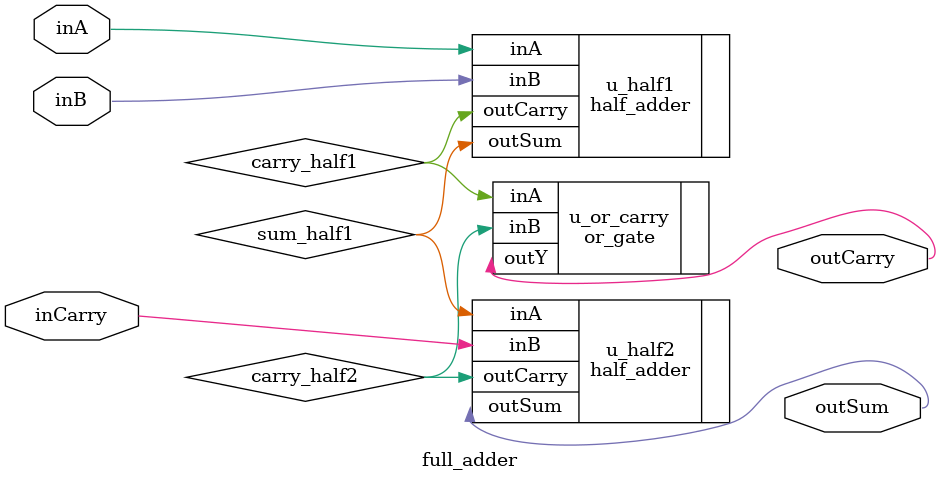
<source format=sv>
module full_adder (
    input  logic inA,
    input  logic inB,
    input  logic inCarry,
    output logic outSum,
    output logic outCarry
);
    logic sum_half1, carry_half1, carry_half2;

    // First half adder for inA and inB
    half_adder u_half1 (
        .inA(inA),
        .inB(inB),
        .outSum(sum_half1),
        .outCarry(carry_half1)
    );

    // Second half adder for sum of first half adder and inCarry
    half_adder u_half2 (
        .inA(sum_half1),
        .inB(inCarry),
        .outSum(outSum),
        .outCarry(carry_half2)
    );

    // Final carry is OR of the two half adder carries
    or_gate u_or_carry (
        .inA(carry_half1),
        .inB(carry_half2),
        .outY(outCarry)
    );
endmodule
</source>
